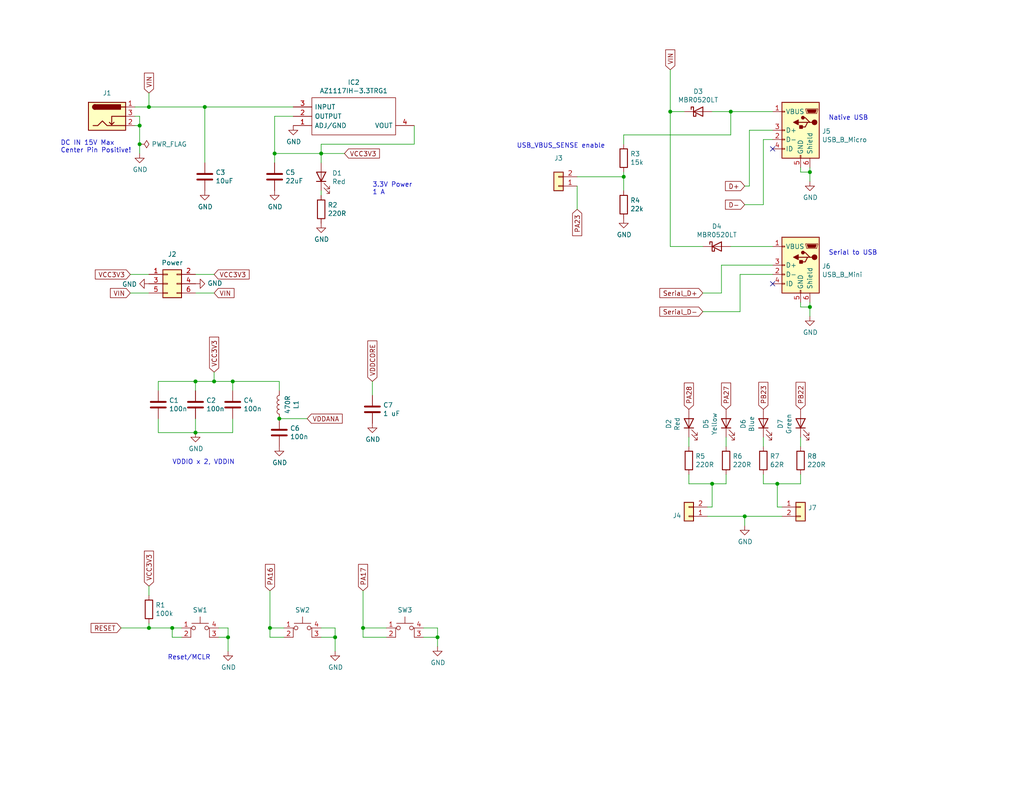
<source format=kicad_sch>
(kicad_sch (version 20211123) (generator eeschema)
  (paper "USLetter")
  (title_block (title "SAMD21 Demo Board") (date "2021-10-25") (rev "1.0") (company "Quantum Embedded Systems"))
  (lib_symbols
    (symbol "Connector:Barrel_Jack_Switch" (pin_names hide)
      (property "Reference" "J" (at 0 5.334 0))
      (property "Value" "Barrel_Jack_Switch" (at 0 -5.08 0))
      (symbol "Barrel_Jack_Switch_0_1"
        (rectangle (start -5.08 3.81) (end 5.08 -3.81) (stroke (width 0.254)) (fill (type background)))
        (arc (start -3.302 3.175) (mid -3.937 2.54) (end -3.302 1.905) (stroke (width 0.254)))
        (arc (start -3.302 3.175) (mid -3.937 2.54) (end -3.302 1.905) (stroke (width 0.254)) (fill (type outline)))
        (polyline (pts (xy 1.27 -2.286) (xy 1.905 -1.651)) (stroke (width 0.254)))
        (polyline (pts (xy 5.08 2.54) (xy 3.81 2.54)) (stroke (width 0.254)))
        (polyline (pts (xy 5.08 0) (xy 1.27 0) (xy 1.27 -2.286) (xy 0.635 -1.651)) (stroke (width 0.254)))
        (polyline (pts (xy -3.81 -2.54) (xy -2.54 -2.54) (xy -1.27 -1.27) (xy 0 -2.54) (xy 2.54 -2.54) (xy 5.08 -2.54)) (stroke (width 0.254)))
        (rectangle (start 3.683 3.175) (end -3.302 1.905) (stroke (width 0.254)) (fill (type outline)))
      )
      (symbol "Barrel_Jack_Switch_1_1"
        (pin passive line (at 7.62 2.54 180) (length 2.54) (name "~") (number "1"))
        (pin passive line (at 7.62 -2.54 180) (length 2.54) (name "~") (number "2"))
        (pin passive line (at 7.62 0 180) (length 2.54) (name "~") (number "3"))
      )
    )
    (symbol "Connector_Generic:Conn_01x02" (pin_names (offset 1.016) hide)
      (property "Reference" "J" (at 0 2.54 0))
      (property "Value" "Conn_01x02" (at 0 -5.08 0))
      (symbol "Conn_01x02_1_1"
        (rectangle (start -1.27 -2.413) (end 0 -2.667) (stroke (width 0.1524)))
        (rectangle (start -1.27 0.127) (end 0 -0.127) (stroke (width 0.1524)))
        (rectangle (start -1.27 1.27) (end 1.27 -3.81) (stroke (width 0.254)) (fill (type background)))
        (pin passive line (at -5.08 0 0) (length 3.81) (name "Pin_1") (number "1"))
        (pin passive line (at -5.08 -2.54 0) (length 3.81) (name "Pin_2") (number "2"))
      )
    )
    (symbol "Connector_Generic:Conn_02x03_Odd_Even" (pin_names (offset 1.016) hide)
      (property "Reference" "J" (at 1.27 5.08 0))
      (property "Value" "Conn_02x03_Odd_Even" (at 1.27 -5.08 0))
      (symbol "Conn_02x03_Odd_Even_1_1"
        (rectangle (start -1.27 -2.413) (end 0 -2.667) (stroke (width 0.1524)))
        (rectangle (start -1.27 0.127) (end 0 -0.127) (stroke (width 0.1524)))
        (rectangle (start -1.27 2.667) (end 0 2.413) (stroke (width 0.1524)))
        (rectangle (start -1.27 3.81) (end 3.81 -3.81) (stroke (width 0.254)) (fill (type background)))
        (rectangle (start 3.81 -2.413) (end 2.54 -2.667) (stroke (width 0.1524)))
        (rectangle (start 3.81 0.127) (end 2.54 -0.127) (stroke (width 0.1524)))
        (rectangle (start 3.81 2.667) (end 2.54 2.413) (stroke (width 0.1524)))
        (pin passive line (at -5.08 2.54 0) (length 3.81) (name "Pin_1") (number "1"))
        (pin passive line (at 7.62 2.54 180) (length 3.81) (name "Pin_2") (number "2"))
        (pin passive line (at -5.08 0 0) (length 3.81) (name "Pin_3") (number "3"))
        (pin passive line (at 7.62 0 180) (length 3.81) (name "Pin_4") (number "4"))
        (pin passive line (at -5.08 -2.54 0) (length 3.81) (name "Pin_5") (number "5"))
        (pin passive line (at 7.62 -2.54 180) (length 3.81) (name "Pin_6") (number "6"))
      )
    )
    (symbol "Device:C" (pin_numbers hide) (pin_names (offset 0.254))
      (property "Reference" "C" (at 0.635 2.54 0))
      (property "Value" "C" (at 0.635 -2.54 0))
      (symbol "C_0_1"
        (polyline (pts (xy -2.032 -0.762) (xy 2.032 -0.762)) (stroke (width 0.508)))
        (polyline (pts (xy -2.032 0.762) (xy 2.032 0.762)) (stroke (width 0.508)))
      )
      (symbol "C_1_1"
        (pin passive line (at 0 3.81 270) (length 2.794) (name "~") (number "1"))
        (pin passive line (at 0 -3.81 90) (length 2.794) (name "~") (number "2"))
      )
    )
    (symbol "Device:L" (pin_numbers hide) (pin_names (offset 1.016) hide)
      (property "Reference" "L" (at -1.27 0 90))
      (property "Value" "L" (at 1.905 0 90))
      (symbol "L_0_1"
        (arc (start 0 -2.54) (mid 0.635 -1.905) (end 0 -1.27))
        (arc (start 0 -1.27) (mid 0.635 -0.635) (end 0 0))
        (arc (start 0 0) (mid 0.635 0.635) (end 0 1.27))
        (arc (start 0 1.27) (mid 0.635 1.905) (end 0 2.54))
      )
      (symbol "L_1_1"
        (pin passive line (at 0 3.81 270) (length 1.27) (name "1") (number "1"))
        (pin passive line (at 0 -3.81 90) (length 1.27) (name "2") (number "2"))
      )
    )
    (symbol "Device:LED" (pin_numbers hide) (pin_names (offset 1.016) hide)
      (property "Reference" "D" (at 0 2.54 0))
      (property "Value" "LED" (at 0 -2.54 0))
      (symbol "LED_0_1"
        (polyline (pts (xy -1.27 -1.27) (xy -1.27 1.27)) (stroke (width 0.254)))
        (polyline (pts (xy -1.27 0) (xy 1.27 0)))
        (polyline (pts (xy 1.27 -1.27) (xy 1.27 1.27) (xy -1.27 0) (xy 1.27 -1.27)) (stroke (width 0.254)))
        (polyline (pts (xy -3.048 -0.762) (xy -4.572 -2.286) (xy -3.81 -2.286) (xy -4.572 -2.286) (xy -4.572 -1.524)))
        (polyline (pts (xy -1.778 -0.762) (xy -3.302 -2.286) (xy -2.54 -2.286) (xy -3.302 -2.286) (xy -3.302 -1.524)))
      )
      (symbol "LED_1_1"
        (pin passive line (at -3.81 0 0) (length 2.54) (name "K") (number "1"))
        (pin passive line (at 3.81 0 180) (length 2.54) (name "A") (number "2"))
      )
    )
    (symbol "Device:R" (pin_numbers hide) (pin_names (offset 0))
      (property "Reference" "R" (at 2.032 0 90))
      (property "Value" "R" (at 0 0 90))
      (symbol "R_0_1"
        (rectangle (start -1.016 -2.54) (end 1.016 2.54) (stroke (width 0.254)))
      )
      (symbol "R_1_1"
        (pin passive line (at 0 3.81 270) (length 1.27) (name "~") (number "1"))
        (pin passive line (at 0 -3.81 90) (length 1.27) (name "~") (number "2"))
      )
    )
    (symbol "Diode:MBR0520LT" (pin_numbers hide) (pin_names (offset 1.016) hide)
      (property "Reference" "D" (at 0 2.54 0))
      (property "Value" "MBR0520LT" (at 0 -2.54 0))
      (symbol "MBR0520LT_0_1"
        (polyline (pts (xy 1.27 0) (xy -1.27 0)))
        (polyline (pts (xy 1.27 1.27) (xy 1.27 -1.27) (xy -1.27 0) (xy 1.27 1.27)) (stroke (width 0.254)))
        (polyline (pts (xy -1.905 0.635) (xy -1.905 1.27) (xy -1.27 1.27) (xy -1.27 -1.27) (xy -0.635 -1.27) (xy -0.635 -0.635)) (stroke (width 0.254)))
      )
      (symbol "MBR0520LT_1_1"
        (pin passive line (at -3.81 0 0) (length 2.54) (name "K") (number "1"))
        (pin passive line (at 3.81 0 180) (length 2.54) (name "A") (number "2"))
      )
    )
    (symbol "SamacSys_Parts:AZ1117IH-3.3TRG1" (pin_names (offset 0.762))
      (property "Reference" "IC" (at 29.21 7.62 0))
      (property "Value" "SamacSys_Parts_AZ1117IH-3.3TRG1" (at 29.21 5.08 0))
      (symbol "AZ1117IH-3.3TRG1_0_0"
        (pin passive line (at 0 0 0) (length 5.08) (name "ADJ/GND") (number "1"))
        (pin passive line (at 0 -2.54 0) (length 5.08) (name "OUTPUT") (number "2"))
        (pin passive line (at 0 -5.08 0) (length 5.08) (name "INPUT") (number "3"))
        (pin passive line (at 33.02 0 180) (length 5.08) (name "VOUT") (number "4"))
      )
      (symbol "AZ1117IH-3.3TRG1_0_1"
        (polyline (pts (xy 5.08 2.54) (xy 27.94 2.54) (xy 27.94 -7.62) (xy 5.08 -7.62) (xy 5.08 2.54)) (stroke (width 0.1524)))
      )
    )
    (symbol "SamacSys_Parts:USB_B_Micro" (pin_names (offset 1.016))
      (property "Reference" "J" (at -5.08 11.43 0))
      (property "Value" "SamacSys_Parts_USB_B_Micro" (at -5.08 8.89 0))
      (symbol "USB_B_Micro_0_1"
        (rectangle (start -5.08 -7.62) (end 5.08 7.62) (stroke (width 0.254)) (fill (type background)))
        (circle (center -3.81 2.159) (radius 0.635) (stroke (width 0.254)) (fill (type outline)))
        (circle (center -0.635 3.429) (radius 0.381) (stroke (width 0.254)) (fill (type outline)))
        (rectangle (start -0.127 -7.62) (end 0.127 -6.858))
        (polyline (pts (xy -1.905 2.159) (xy 0.635 2.159)) (stroke (width 0.254)))
        (polyline (pts (xy -3.175 2.159) (xy -2.54 2.159) (xy -1.27 3.429) (xy -0.635 3.429)) (stroke (width 0.254)))
        (polyline (pts (xy -2.54 2.159) (xy -1.905 2.159) (xy -1.27 0.889) (xy 0 0.889)) (stroke (width 0.254)))
        (polyline (pts (xy 0.635 2.794) (xy 0.635 1.524) (xy 1.905 2.159) (xy 0.635 2.794)) (stroke (width 0.254)) (fill (type outline)))
        (polyline (pts (xy -4.318 5.588) (xy -1.778 5.588) (xy -2.032 4.826) (xy -4.064 4.826) (xy -4.318 5.588)) (fill (type outline)))
        (polyline (pts (xy -4.699 5.842) (xy -4.699 5.588) (xy -4.445 4.826) (xy -4.445 4.572) (xy -1.651 4.572) (xy -1.651 4.826) (xy -1.397 5.588) (xy -1.397 5.842) (xy -4.699 5.842)))
        (rectangle (start 0.254 1.27) (end -0.508 0.508) (stroke (width 0.254)) (fill (type outline)))
        (rectangle (start 5.08 -5.207) (end 4.318 -4.953))
        (rectangle (start 5.08 -2.667) (end 4.318 -2.413))
        (rectangle (start 5.08 -0.127) (end 4.318 0.127))
        (rectangle (start 5.08 4.953) (end 4.318 5.207))
      )
      (symbol "USB_B_Micro_1_1"
        (pin passive line (at 7.62 5.08 180) (length 2.54) (name "VBUS") (number "1"))
        (pin bidirectional line (at 7.62 -2.54 180) (length 2.54) (name "D-") (number "2"))
        (pin bidirectional line (at 7.62 0 180) (length 2.54) (name "D+") (number "3"))
        (pin passive line (at 7.62 -5.08 180) (length 2.54) (name "ID") (number "4"))
        (pin passive line (at 0 -10.16 90) (length 2.54) (name "GND") (number "5"))
        (pin passive line (at -2.54 -10.16 90) (length 2.54) (name "Shield") (number "6"))
      )
    )
    (symbol "SamacSys_Parts:USB_B_Mini" (pin_names (offset 1.016))
      (property "Reference" "J" (at -5.08 11.43 0))
      (property "Value" "SamacSys_Parts_USB_B_Mini" (at -5.08 8.89 0))
      (symbol "USB_B_Mini_0_1"
        (rectangle (start -5.08 -7.62) (end 5.08 7.62) (stroke (width 0.254)) (fill (type background)))
        (circle (center -3.81 2.159) (radius 0.635) (stroke (width 0.254)) (fill (type outline)))
        (circle (center -0.635 3.429) (radius 0.381) (stroke (width 0.254)) (fill (type outline)))
        (rectangle (start -0.127 -7.62) (end 0.127 -6.858))
        (polyline (pts (xy -1.905 2.159) (xy 0.635 2.159)) (stroke (width 0.254)))
        (polyline (pts (xy -3.175 2.159) (xy -2.54 2.159) (xy -1.27 3.429) (xy -0.635 3.429)) (stroke (width 0.254)))
        (polyline (pts (xy -2.54 2.159) (xy -1.905 2.159) (xy -1.27 0.889) (xy 0 0.889)) (stroke (width 0.254)))
        (polyline (pts (xy 0.635 2.794) (xy 0.635 1.524) (xy 1.905 2.159) (xy 0.635 2.794)) (stroke (width 0.254)) (fill (type outline)))
        (polyline (pts (xy -4.318 5.588) (xy -1.778 5.588) (xy -2.032 4.826) (xy -4.064 4.826) (xy -4.318 5.588)) (fill (type outline)))
        (polyline (pts (xy -4.699 5.842) (xy -4.699 5.588) (xy -4.445 4.826) (xy -4.445 4.572) (xy -1.651 4.572) (xy -1.651 4.826) (xy -1.397 5.588) (xy -1.397 5.842) (xy -4.699 5.842)))
        (rectangle (start 0.254 1.27) (end -0.508 0.508) (stroke (width 0.254)) (fill (type outline)))
        (rectangle (start 5.08 -5.207) (end 4.318 -4.953))
        (rectangle (start 5.08 -2.667) (end 4.318 -2.413))
        (rectangle (start 5.08 -0.127) (end 4.318 0.127))
        (rectangle (start 5.08 4.953) (end 4.318 5.207))
      )
      (symbol "USB_B_Mini_1_1"
        (pin passive line (at 7.62 5.08 180) (length 2.54) (name "VBUS") (number "1"))
        (pin bidirectional line (at 7.62 -2.54 180) (length 2.54) (name "D-") (number "2"))
        (pin bidirectional line (at 7.62 0 180) (length 2.54) (name "D+") (number "3"))
        (pin passive line (at 7.62 -5.08 180) (length 2.54) (name "ID") (number "4"))
        (pin passive line (at 0 -10.16 90) (length 2.54) (name "GND") (number "5"))
        (pin passive line (at -2.54 -10.16 90) (length 2.54) (name "Shield") (number "6"))
      )
    )
    (symbol "Switch:SW_MEC_5E" (pin_names (offset 1.016) hide)
      (property "Reference" "SW" (at 0.635 5.715 0))
      (property "Value" "SW_MEC_5E" (at 0 -3.175 0))
      (symbol "SW_MEC_5E_0_1"
        (circle (center -1.778 2.54) (radius 0.508))
        (polyline (pts (xy -2.286 3.81) (xy 2.286 3.81)))
        (polyline (pts (xy 0 3.81) (xy 0 5.588)))
        (polyline (pts (xy -2.54 0) (xy -2.54 2.54) (xy -2.286 2.54)))
        (polyline (pts (xy 2.54 0) (xy 2.54 2.54) (xy 2.286 2.54)))
        (circle (center 1.778 2.54) (radius 0.508))
        (pin passive line (at -5.08 2.54 0) (length 2.54) (name "1") (number "1"))
        (pin passive line (at -5.08 0 0) (length 2.54) (name "2") (number "2"))
        (pin passive line (at 5.08 0 180) (length 2.54) (name "K") (number "3"))
        (pin passive line (at 5.08 2.54 180) (length 2.54) (name "A") (number "4"))
      )
    )
    (symbol "power:GND" (power) (pin_names (offset 0))
      (property "Value" "GND" (at 0 -3.81 0))
      (symbol "GND_0_1"
        (polyline (pts (xy 0 0) (xy 0 -1.27) (xy 1.27 -1.27) (xy 0 -2.54) (xy -1.27 -1.27) (xy 0 -1.27)))
      )
      (symbol "GND_1_1"
        (pin power_in line (at 0 0 270) (length 0) hide (name "GND") (number "1"))
      )
    )
    (symbol "power:PWR_FLAG" (power) (pin_numbers hide) (pin_names (offset 0) hide)
      (property "Value" "PWR_FLAG" (at 0 3.81 0))
      (symbol "PWR_FLAG_0_0"
        (pin power_out line (at 0 0 90) (length 0) (name "pwr") (number "1"))
      )
      (symbol "PWR_FLAG_0_1"
        (polyline (pts (xy 0 0) (xy 0 1.27) (xy -1.016 1.905) (xy 0 2.54) (xy 1.016 1.905) (xy 0 1.27)))
      )
    )
  )
  (junction (at 73.66 171.45))
  (junction (at 212.09 132.08))
  (junction (at 203.2 140.97))
  (junction (at 62.23 173.99))
  (junction (at 170.18 48.26))
  (junction (at 53.34 104.14))
  (junction (at 38.1 39.37))
  (junction (at 76.2 114.3))
  (junction (at 199.39 30.48))
  (junction (at 91.44 173.99))
  (junction (at 74.93 41.91))
  (junction (at 87.63 41.91))
  (junction (at 40.64 171.45))
  (junction (at 38.1 34.29))
  (junction (at 220.98 46.99))
  (junction (at 119.38 173.99))
  (junction (at 182.88 30.48))
  (junction (at 40.64 29.21))
  (junction (at 63.5 104.14))
  (junction (at 99.06 171.45))
  (junction (at 58.42 104.14))
  (junction (at 220.98 83.82))
  (junction (at 53.34 118.11))
  (junction (at 194.31 132.08))
  (junction (at 46.99 171.45))
  (junction (at 55.88 29.21))
  (no_connect (at 210.82 77.47))
  (no_connect (at 210.82 40.64))
  (wire (pts (xy 218.44 121.92) (xy 218.44 119.38)))
  (wire (pts (xy 204.47 35.56) (xy 210.82 35.56)))
  (wire (pts (xy 73.66 171.45) (xy 73.66 161.29)))
  (wire (pts (xy 204.47 50.8) (xy 203.2 50.8)))
  (wire (pts (xy 101.6 107.95) (xy 101.6 104.14)))
  (wire (pts (xy 38.1 39.37) (xy 38.1 34.29)))
  (wire (pts (xy 77.47 173.99) (xy 73.66 173.99)))
  (wire (pts (xy 218.44 132.08) (xy 218.44 129.54)))
  (wire (pts (xy 191.77 85.09) (xy 201.93 85.09)))
  (wire (pts (xy 43.18 118.11) (xy 53.34 118.11)))
  (wire (pts (xy 196.85 72.39) (xy 210.82 72.39)))
  (wire (pts (xy 83.82 114.3) (xy 76.2 114.3)))
  (wire (pts (xy 62.23 173.99) (xy 62.23 177.8)))
  (wire (pts (xy 46.99 173.99) (xy 46.99 171.45)))
  (wire (pts (xy 53.34 104.14) (xy 58.42 104.14)))
  (wire (pts (xy 35.56 74.93) (xy 40.64 74.93)))
  (wire (pts (xy 49.53 173.99) (xy 46.99 173.99)))
  (wire (pts (xy 220.98 82.55) (xy 220.98 83.82)))
  (wire (pts (xy 55.88 44.45) (xy 55.88 29.21)))
  (wire (pts (xy 76.2 104.14) (xy 76.2 106.68)))
  (wire (pts (xy 170.18 46.99) (xy 170.18 48.26)))
  (wire (pts (xy 208.28 38.1) (xy 210.82 38.1)))
  (wire (pts (xy 220.98 83.82) (xy 220.98 86.36)))
  (wire (pts (xy 201.93 85.09) (xy 201.93 74.93)))
  (wire (pts (xy 43.18 106.68) (xy 43.18 104.14)))
  (wire (pts (xy 40.64 25.4) (xy 40.64 29.21)))
  (wire (pts (xy 63.5 104.14) (xy 76.2 104.14)))
  (wire (pts (xy 99.06 173.99) (xy 99.06 171.45)))
  (wire (pts (xy 220.98 46.99) (xy 220.98 49.53)))
  (wire (pts (xy 212.09 138.43) (xy 212.09 132.08)))
  (wire (pts (xy 213.36 138.43) (xy 212.09 138.43)))
  (wire (pts (xy 63.5 106.68) (xy 63.5 104.14)))
  (wire (pts (xy 199.39 67.31) (xy 210.82 67.31)))
  (wire (pts (xy 40.64 171.45) (xy 40.64 170.18)))
  (wire (pts (xy 187.96 132.08) (xy 194.31 132.08)))
  (wire (pts (xy 87.63 171.45) (xy 91.44 171.45)))
  (wire (pts (xy 218.44 82.55) (xy 218.44 83.82)))
  (wire (pts (xy 218.44 46.99) (xy 220.98 46.99)))
  (wire (pts (xy 199.39 36.83) (xy 199.39 30.48)))
  (wire (pts (xy 87.63 39.37) (xy 87.63 41.91)))
  (wire (pts (xy 58.42 74.93) (xy 53.34 74.93)))
  (wire (pts (xy 115.57 173.99) (xy 119.38 173.99)))
  (wire (pts (xy 203.2 140.97) (xy 213.36 140.97)))
  (wire (pts (xy 170.18 48.26) (xy 170.18 52.07)))
  (wire (pts (xy 43.18 114.3) (xy 43.18 118.11)))
  (wire (pts (xy 73.66 173.99) (xy 73.66 171.45)))
  (wire (pts (xy 59.69 173.99) (xy 62.23 173.99)))
  (wire (pts (xy 33.02 171.45) (xy 40.64 171.45)))
  (wire (pts (xy 187.96 129.54) (xy 187.96 132.08)))
  (wire (pts (xy 208.28 132.08) (xy 212.09 132.08)))
  (wire (pts (xy 74.93 41.91) (xy 87.63 41.91)))
  (wire (pts (xy 40.64 29.21) (xy 55.88 29.21)))
  (wire (pts (xy 77.47 171.45) (xy 73.66 171.45)))
  (wire (pts (xy 99.06 171.45) (xy 99.06 161.29)))
  (wire (pts (xy 119.38 171.45) (xy 119.38 173.99)))
  (wire (pts (xy 58.42 80.01) (xy 53.34 80.01)))
  (wire (pts (xy 198.12 121.92) (xy 198.12 119.38)))
  (wire (pts (xy 43.18 104.14) (xy 53.34 104.14)))
  (wire (pts (xy 113.03 39.37) (xy 87.63 39.37)))
  (wire (pts (xy 194.31 132.08) (xy 198.12 132.08)))
  (wire (pts (xy 194.31 30.48) (xy 199.39 30.48)))
  (wire (pts (xy 208.28 129.54) (xy 208.28 132.08)))
  (wire (pts (xy 203.2 140.97) (xy 203.2 143.51)))
  (wire (pts (xy 63.5 114.3) (xy 63.5 118.11)))
  (wire (pts (xy 91.44 173.99) (xy 91.44 177.8)))
  (wire (pts (xy 74.93 44.45) (xy 74.93 41.91)))
  (wire (pts (xy 55.88 29.21) (xy 80.01 29.21)))
  (wire (pts (xy 53.34 106.68) (xy 53.34 104.14)))
  (wire (pts (xy 218.44 45.72) (xy 218.44 46.99)))
  (wire (pts (xy 53.34 114.3) (xy 53.34 118.11)))
  (wire (pts (xy 38.1 41.91) (xy 38.1 39.37)))
  (wire (pts (xy 74.93 31.75) (xy 74.93 41.91)))
  (wire (pts (xy 157.48 57.15) (xy 157.48 50.8)))
  (wire (pts (xy 199.39 30.48) (xy 210.82 30.48)))
  (wire (pts (xy 38.1 34.29) (xy 38.1 31.75)))
  (wire (pts (xy 208.28 121.92) (xy 208.28 119.38)))
  (wire (pts (xy 193.04 140.97) (xy 203.2 140.97)))
  (wire (pts (xy 46.99 171.45) (xy 40.64 171.45)))
  (wire (pts (xy 113.03 34.29) (xy 113.03 39.37)))
  (wire (pts (xy 87.63 44.45) (xy 87.63 41.91)))
  (wire (pts (xy 196.85 80.01) (xy 196.85 72.39)))
  (wire (pts (xy 38.1 31.75) (xy 36.83 31.75)))
  (wire (pts (xy 204.47 50.8) (xy 204.47 35.56)))
  (wire (pts (xy 87.63 41.91) (xy 93.98 41.91)))
  (wire (pts (xy 182.88 67.31) (xy 191.77 67.31)))
  (wire (pts (xy 194.31 138.43) (xy 194.31 132.08)))
  (wire (pts (xy 218.44 83.82) (xy 220.98 83.82)))
  (wire (pts (xy 191.77 80.01) (xy 196.85 80.01)))
  (wire (pts (xy 201.93 74.93) (xy 210.82 74.93)))
  (wire (pts (xy 170.18 36.83) (xy 199.39 36.83)))
  (wire (pts (xy 36.83 29.21) (xy 40.64 29.21)))
  (wire (pts (xy 36.83 34.29) (xy 38.1 34.29)))
  (wire (pts (xy 157.48 48.26) (xy 170.18 48.26)))
  (wire (pts (xy 212.09 132.08) (xy 218.44 132.08)))
  (wire (pts (xy 187.96 121.92) (xy 187.96 119.38)))
  (wire (pts (xy 182.88 30.48) (xy 182.88 67.31)))
  (wire (pts (xy 87.63 173.99) (xy 91.44 173.99)))
  (wire (pts (xy 220.98 45.72) (xy 220.98 46.99)))
  (wire (pts (xy 170.18 39.37) (xy 170.18 36.83)))
  (wire (pts (xy 193.04 138.43) (xy 194.31 138.43)))
  (wire (pts (xy 87.63 53.34) (xy 87.63 52.07)))
  (wire (pts (xy 208.28 55.88) (xy 208.28 38.1)))
  (wire (pts (xy 186.69 30.48) (xy 182.88 30.48)))
  (wire (pts (xy 40.64 160.02) (xy 40.64 162.56)))
  (wire (pts (xy 198.12 132.08) (xy 198.12 129.54)))
  (wire (pts (xy 203.2 55.88) (xy 208.28 55.88)))
  (wire (pts (xy 105.41 173.99) (xy 99.06 173.99)))
  (wire (pts (xy 105.41 171.45) (xy 99.06 171.45)))
  (wire (pts (xy 53.34 118.11) (xy 63.5 118.11)))
  (wire (pts (xy 119.38 173.99) (xy 119.38 176.53)))
  (wire (pts (xy 91.44 171.45) (xy 91.44 173.99)))
  (wire (pts (xy 58.42 104.14) (xy 63.5 104.14)))
  (wire (pts (xy 182.88 19.05) (xy 182.88 30.48)))
  (wire (pts (xy 49.53 171.45) (xy 46.99 171.45)))
  (wire (pts (xy 62.23 171.45) (xy 62.23 173.99)))
  (wire (pts (xy 115.57 171.45) (xy 119.38 171.45)))
  (wire (pts (xy 35.56 80.01) (xy 40.64 80.01)))
  (wire (pts (xy 59.69 171.45) (xy 62.23 171.45)))
  (wire (pts (xy 58.42 101.6) (xy 58.42 104.14)))
  (wire (pts (xy 80.01 31.75) (xy 74.93 31.75)))
  (text "3.3V Power\n1 A" (at 101.6 53.34 0) (effects (font (size 1.27 1.27)) (justify left bottom)))
  (text "Reset/MCLR" (at 45.72 180.34 0) (effects (font (size 1.27 1.27)) (justify left bottom)))
  (text "VDDIO x 2, VDDIN" (at 46.99 127 0) (effects (font (size 1.27 1.27)) (justify left bottom)))
  (text "Serial to USB" (at 226.06 69.85 0) (effects (font (size 1.27 1.27)) (justify left bottom)))
  (text "USB_VBUS_SENSE enable" (at 140.97 40.64 0) (effects (font (size 1.27 1.27)) (justify left bottom)))
  (text "DC IN 15V Max\nCenter Pin Positive!" (at 16.51 41.91 0) (effects (font (size 1.27 1.27)) (justify left bottom)))
  (text "Native USB" (at 226.06 33.02 0) (effects (font (size 1.27 1.27)) (justify left bottom)))
  (global_label "VIN" (shape input) (at 182.88 19.05 90) (property "Intersheet References" "${INTERSHEET_REFS}" (effects hide)))
  (global_label "Serial_D-" (shape input) (at 191.77 85.09 180) (property "Intersheet References" "${INTERSHEET_REFS}" (effects hide)))
  (global_label "VIN" (shape input) (at 35.56 80.01 180) (property "Intersheet References" "${INTERSHEET_REFS}" (effects hide)))
  (global_label "PB22" (shape input) (at 218.44 111.76 90) (property "Intersheet References" "${INTERSHEET_REFS}" (effects hide)))
  (global_label "VIN" (shape input) (at 58.42 80.01 0) (property "Intersheet References" "${INTERSHEET_REFS}" (effects hide)))
  (global_label "VDDANA" (shape input) (at 83.82 114.3 0) (property "Intersheet References" "${INTERSHEET_REFS}" (effects hide)))
  (global_label "Serial_D+" (shape input) (at 191.77 80.01 180) (property "Intersheet References" "${INTERSHEET_REFS}" (effects hide)))
  (global_label "VCC3V3" (shape input) (at 35.56 74.93 180) (property "Intersheet References" "${INTERSHEET_REFS}" (effects hide)))
  (global_label "PA23" (shape input) (at 157.48 57.15 270) (property "Intersheet References" "${INTERSHEET_REFS}" (effects hide)))
  (global_label "D+" (shape input) (at 203.2 50.8 180) (property "Intersheet References" "${INTERSHEET_REFS}" (effects hide)))
  (global_label "VIN" (shape input) (at 40.64 25.4 90) (property "Intersheet References" "${INTERSHEET_REFS}" (effects hide)))
  (global_label "PA17" (shape input) (at 99.06 161.29 90) (property "Intersheet References" "${INTERSHEET_REFS}" (effects hide)))
  (global_label "RESET" (shape input) (at 33.02 171.45 180) (property "Intersheet References" "${INTERSHEET_REFS}" (effects hide)))
  (global_label "PA16" (shape input) (at 73.66 161.29 90) (property "Intersheet References" "${INTERSHEET_REFS}" (effects hide)))
  (global_label "PA28" (shape input) (at 187.96 111.76 90) (property "Intersheet References" "${INTERSHEET_REFS}" (effects hide)))
  (global_label "VCC3V3" (shape input) (at 58.42 74.93 0) (property "Intersheet References" "${INTERSHEET_REFS}" (effects hide)))
  (global_label "VCC3V3" (shape input) (at 58.42 101.6 90) (property "Intersheet References" "${INTERSHEET_REFS}" (effects hide)))
  (global_label "VDDCORE" (shape input) (at 101.6 104.14 90) (property "Intersheet References" "${INTERSHEET_REFS}" (effects hide)))
  (global_label "VCC3V3" (shape input) (at 40.64 160.02 90) (property "Intersheet References" "${INTERSHEET_REFS}" (effects hide)))
  (global_label "D-" (shape input) (at 203.2 55.88 180) (property "Intersheet References" "${INTERSHEET_REFS}" (effects hide)))
  (global_label "PA27" (shape input) (at 198.12 111.76 90) (property "Intersheet References" "${INTERSHEET_REFS}" (effects hide)))
  (global_label "VCC3V3" (shape input) (at 93.98 41.91 0) (property "Intersheet References" "${INTERSHEET_REFS}" (effects hide)))
  (global_label "PB23" (shape input) (at 208.28 111.76 90) (property "Intersheet References" "${INTERSHEET_REFS}" (effects hide)))
  (symbol (lib_id "Device:C") (at 55.88 48.26 0) (unit 1)
    (property "Reference" "C3" (at 58.801 47.0916 0) (effects (justify left)))
    (property "Value" "10uF" (at 58.801 49.403 0) (effects (justify left)))
    (property "Footprint" "Capacitor_SMD:C_0805_2012Metric" (effects hide))
  )
  (symbol (lib_id "Device:C") (at 74.93 48.26 0) (unit 1)
    (property "Reference" "C5" (at 77.851 47.0916 0) (effects (justify left)))
    (property "Value" "22uF" (at 77.851 49.403 0) (effects (justify left)))
    (property "Footprint" "Capacitor_SMD:C_0603_1608Metric" (effects hide))
  )
  (symbol (lib_id "power:GND") (at 74.93 52.07 0) (unit 1)
    (property "Reference" "#PWR011" (effects hide))
    (property "Value" "GND" (at 75.057 56.4642 0))
  )
  (symbol (lib_id "power:GND") (at 55.88 52.07 0) (unit 1)
    (property "Reference" "#PWR09" (effects hide))
    (property "Value" "GND" (at 56.007 56.4642 0))
  )
  (symbol (lib_id "Connector:Barrel_Jack_Switch") (at 29.21 31.75 0) (unit 1)
    (property "Reference" "J1" (at 29.21 25.4 0))
    (property "Value" "Barrel_Jack_Switch" (effects hide))
    (property "Footprint" "Connector_BarrelJack:BarrelJack_Wuerth_6941xx301002" (effects hide))
  )
  (symbol (lib_id "Device:C") (at 43.18 110.49 0) (unit 1)
    (property "Reference" "C1" (at 46.101 109.3216 0) (effects (justify left)))
    (property "Value" "100n" (at 46.101 111.633 0) (effects (justify left)))
    (property "Footprint" "Capacitor_SMD:C_0402_1005Metric" (effects hide))
  )
  (symbol (lib_id "Device:C") (at 53.34 110.49 0) (unit 1)
    (property "Reference" "C2" (at 56.261 109.3216 0) (effects (justify left)))
    (property "Value" "100n" (at 56.261 111.633 0) (effects (justify left)))
    (property "Footprint" "Capacitor_SMD:C_0402_1005Metric" (effects hide))
  )
  (symbol (lib_id "Device:C") (at 63.5 110.49 0) (unit 1)
    (property "Reference" "C4" (at 66.421 109.3216 0) (effects (justify left)))
    (property "Value" "100n" (at 66.421 111.633 0) (effects (justify left)))
    (property "Footprint" "Capacitor_SMD:C_0402_1005Metric" (effects hide))
  )
  (symbol (lib_id "power:GND") (at 38.1 41.91 0) (unit 1)
    (property "Reference" "#PWR05" (effects hide))
    (property "Value" "GND" (at 38.227 46.3042 0))
  )
  (symbol (lib_id "power:GND") (at 220.98 49.53 0) (unit 1)
    (property "Reference" "#PWR020" (effects hide))
    (property "Value" "GND" (at 221.107 53.9242 0))
  )
  (symbol (lib_id "power:GND") (at 220.98 86.36 0) (unit 1)
    (property "Reference" "#PWR021" (effects hide))
    (property "Value" "GND" (at 221.107 90.7542 0))
  )
  (symbol (lib_id "power:GND") (at 80.01 34.29 0) (unit 1)
    (property "Reference" "#PWR013" (effects hide))
    (property "Value" "GND" (at 80.137 38.6842 0))
  )
  (symbol (lib_id "power:GND") (at 53.34 118.11 0) (unit 1)
    (property "Reference" "#PWR08" (effects hide))
    (property "Value" "GND" (at 53.467 122.5042 0))
  )
  (symbol (lib_id "Device:C") (at 101.6 111.76 0) (unit 1)
    (property "Reference" "C7" (at 104.521 110.5916 0) (effects (justify left)))
    (property "Value" "1 uF" (at 104.521 112.903 0) (effects (justify left)))
    (property "Footprint" "Capacitor_SMD:C_0402_1005Metric" (effects hide))
  )
  (symbol (lib_id "power:GND") (at 101.6 115.57 0) (unit 1)
    (property "Reference" "#PWR016" (effects hide))
    (property "Value" "GND" (at 101.727 119.9642 0))
  )
  (symbol (lib_id "Device:LED") (at 87.63 48.26 90) (unit 1)
    (property "Reference" "D1" (at 90.6272 47.2694 90) (effects (justify right)))
    (property "Value" "Red" (at 90.6272 49.5808 90) (effects (justify right)))
    (property "Footprint" "LED_SMD:LED_0603_1608Metric" (effects hide))
  )
  (symbol (lib_id "Device:R") (at 87.63 57.15 0) (unit 1)
    (property "Reference" "R2" (at 89.408 55.9816 0) (effects (justify left)))
    (property "Value" "220R" (at 89.408 58.293 0) (effects (justify left)))
    (property "Footprint" "Resistor_SMD:R_0603_1608Metric" (effects hide))
  )
  (symbol (lib_id "Diode:MBR0520LT") (at 190.5 30.48 0) (unit 1)
    (property "Reference" "D3" (at 190.5 24.9682 0))
    (property "Value" "MBR0520LT" (at 190.5 27.2796 0))
    (property "Footprint" "Diode_SMD:D_SOD-123" (effects hide))
    (property "Datasheet" "http://www.onsemi.com/pub_link/Collateral/MBR0520LT1-D.PDF" (effects hide))
  )
  (symbol (lib_id "Diode:MBR0520LT") (at 195.58 67.31 0) (unit 1)
    (property "Reference" "D4" (at 195.58 61.7982 0))
    (property "Value" "MBR0520LT" (at 195.58 64.1096 0))
    (property "Footprint" "Diode_SMD:D_SOD-123" (effects hide))
    (property "Datasheet" "http://www.onsemi.com/pub_link/Collateral/MBR0520LT1-D.PDF" (effects hide))
  )
  (symbol (lib_id "power:GND") (at 87.63 60.96 0) (unit 1)
    (property "Reference" "#PWR014" (effects hide))
    (property "Value" "GND" (at 87.757 65.3542 0))
  )
  (symbol (lib_id "Device:C") (at 76.2 118.11 0) (unit 1)
    (property "Reference" "C6" (at 79.121 116.9416 0) (effects (justify left)))
    (property "Value" "100n" (at 79.121 119.253 0) (effects (justify left)))
    (property "Footprint" "Capacitor_SMD:C_0402_1005Metric" (effects hide))
  )
  (symbol (lib_id "Device:L") (at 76.2 110.49 180) (unit 1)
    (property "Reference" "L1" (at 80.7974 110.49 90))
    (property "Value" "470R" (at 78.486 110.49 90))
    (property "Footprint" "Inductor_SMD:L_0603_1608Metric" (effects hide))
  )
  (symbol (lib_id "power:GND") (at 76.2 121.92 0) (unit 1)
    (property "Reference" "#PWR012" (effects hide))
    (property "Value" "GND" (at 76.327 126.3142 0))
  )
  (symbol (lib_id "SamacSys_Parts:USB_B_Micro") (at 218.44 35.56 0) (mirror y) (unit 1)
    (property "Reference" "J5" (at 224.282 35.8394 0) (effects (justify right)))
    (property "Value" "USB_B_Micro" (at 224.282 38.1508 0) (effects (justify right)))
    (property "Footprint" "Connector_USB:USB_Micro-B_Amphenol_10118194_Horizontal" (effects hide))
  )
  (symbol (lib_id "SamacSys_Parts:USB_B_Mini") (at 218.44 72.39 0) (mirror y) (unit 1)
    (property "Reference" "J6" (at 224.282 72.6694 0) (effects (justify right)))
    (property "Value" "USB_B_Mini" (at 224.282 74.9808 0) (effects (justify right)))
    (property "Footprint" "Connector_USB:USB_Mini-B_Wuerth_65100516121_Horizontal" (effects hide))
  )
  (symbol (lib_id "power:PWR_FLAG") (at 38.1 39.37 270) (unit 1)
    (property "Reference" "#FLG01" (effects hide))
    (property "Value" "PWR_FLAG" (at 41.3512 39.37 90) (effects (justify left)))
  )
  (symbol (lib_id "SamacSys_Parts:AZ1117IH-3.3TRG1") (at 80.01 34.29 0) (mirror x) (unit 1)
    (property "Reference" "IC2" (at 96.52 22.479 0))
    (property "Value" "AZ1117IH-3.3TRG1" (at 96.52 24.7904 0))
    (property "Footprint" "SamacSys_Parts:SOT230P700X180-4N" (effects hide))
    (property "Description" "LDO Voltage Regulators LDO BJT HiCurr 1.35A 10Hz to 10KHz" (effects hide))
    (property "Height" "1.8" (effects hide))
    (property "Mouser Part Number" "621-AZ1117IH-3.3TRG1" (effects hide))
    (property "Mouser Price/Stock" "https://www.mouser.co.uk/ProductDetail/Diodes-Incorporated/AZ1117IH-33TRG1?qs=cpo3%2FpBou2jnS4SxLgAVoA%3D%3D" (effects hide))
    (property "Manufacturer_Name" "Diodes Inc." (effects hide))
    (property "Manufacturer_Part_Number" "AZ1117IH-3.3TRG1" (effects hide))
  )
  (symbol (lib_id "Switch:SW_MEC_5E") (at 54.61 173.99 0)
    (property "Reference" "SW1" (at 54.61 166.5478 0))
    (property "Value" "SW_MEC_5E" (effects hide))
    (property "Footprint" "SamacSys_Parts:PTS647SK38SMTR2LFS" (effects hide))
    (property "Datasheet" "http://www.apem.com/int/index.php?controller=attachment&id_attachment=1371" (effects hide))
  )
  (symbol (lib_id "Switch:SW_MEC_5E") (at 82.55 173.99 0)
    (property "Reference" "SW2" (at 82.55 166.5478 0))
    (property "Value" "SW_MEC_5E" (effects hide))
    (property "Footprint" "SamacSys_Parts:FSM16JH" (effects hide))
    (property "Datasheet" "http://www.apem.com/int/index.php?controller=attachment&id_attachment=1371" (effects hide))
  )
  (symbol (lib_id "Switch:SW_MEC_5E") (at 110.49 173.99 0)
    (property "Reference" "SW3" (at 110.49 166.5478 0))
    (property "Value" "SW_MEC_5E" (effects hide))
    (property "Footprint" "SamacSys_Parts:FSM16JH" (effects hide))
    (property "Datasheet" "http://www.apem.com/int/index.php?controller=attachment&id_attachment=1371" (effects hide))
  )
  (symbol (lib_id "Device:LED") (at 187.96 115.57 90)
    (property "Reference" "D2" (at 182.4482 115.7478 0))
    (property "Value" "Red" (at 184.7596 115.7478 0))
    (property "Footprint" "LED_SMD:LED_0805_2012Metric" (effects hide))
  )
  (symbol (lib_id "Device:LED") (at 198.12 115.57 90)
    (property "Reference" "D5" (at 192.6082 115.7478 0))
    (property "Value" "Yellow" (at 194.9196 115.7478 0))
    (property "Footprint" "LED_SMD:LED_0805_2012Metric" (effects hide))
  )
  (symbol (lib_id "Device:LED") (at 208.28 115.57 90)
    (property "Reference" "D6" (at 202.7682 115.7478 0))
    (property "Value" "Blue" (at 205.0796 115.7478 0))
    (property "Footprint" "LED_SMD:LED_0805_2012Metric" (effects hide))
  )
  (symbol (lib_id "Device:LED") (at 218.44 115.57 90)
    (property "Reference" "D7" (at 212.9282 115.7478 0))
    (property "Value" "Green" (at 215.2396 115.7478 0))
    (property "Footprint" "LED_SMD:LED_0805_2012Metric" (effects hide))
  )
  (symbol (lib_id "Device:R") (at 187.96 125.73 0)
    (property "Reference" "R5" (at 189.738 124.5616 0) (effects (justify left)))
    (property "Value" "220R" (at 189.738 126.873 0) (effects (justify left)))
    (property "Footprint" "Resistor_SMD:R_0603_1608Metric" (effects hide))
  )
  (symbol (lib_id "Device:R") (at 198.12 125.73 0)
    (property "Reference" "R6" (at 199.898 124.5616 0) (effects (justify left)))
    (property "Value" "220R" (at 199.898 126.873 0) (effects (justify left)))
    (property "Footprint" "Resistor_SMD:R_0603_1608Metric" (effects hide))
  )
  (symbol (lib_id "Device:R") (at 208.28 125.73 0)
    (property "Reference" "R7" (at 210.058 124.5616 0) (effects (justify left)))
    (property "Value" "62R" (at 210.058 126.873 0) (effects (justify left)))
    (property "Footprint" "Resistor_SMD:R_0603_1608Metric" (effects hide))
  )
  (symbol (lib_id "Device:R") (at 218.44 125.73 0)
    (property "Reference" "R8" (at 220.218 124.5616 0) (effects (justify left)))
    (property "Value" "220R" (at 220.218 126.873 0) (effects (justify left)))
    (property "Footprint" "Resistor_SMD:R_0603_1608Metric" (effects hide))
  )
  (symbol (lib_id "Connector_Generic:Conn_01x02") (at 187.96 140.97 180)
    (property "Reference" "J4" (at 185.928 140.7668 0) (effects (justify left)))
    (property "Value" "Conn_01x02" (effects hide))
    (property "Footprint" "Connector_PinHeader_2.54mm:PinHeader_1x02_P2.54mm_Vertical" (effects hide))
  )
  (symbol (lib_id "Connector_Generic:Conn_01x02") (at 218.44 138.43 0)
    (property "Reference" "J7" (at 220.472 138.6332 0) (effects (justify left)))
    (property "Value" "Conn_01x02" (effects hide))
    (property "Footprint" "Connector_PinHeader_2.54mm:PinHeader_1x02_P2.54mm_Vertical" (effects hide))
  )
  (symbol (lib_id "Device:R") (at 40.64 166.37 0)
    (property "Reference" "R1" (at 42.418 165.2016 0) (effects (justify left)))
    (property "Value" "100k" (at 42.418 167.513 0) (effects (justify left)))
    (property "Footprint" "Resistor_SMD:R_0603_1608Metric" (effects hide))
  )
  (symbol (lib_id "power:GND") (at 62.23 177.8 0)
    (property "Reference" "#PWR010" (effects hide))
    (property "Value" "GND" (at 62.357 182.1942 0))
  )
  (symbol (lib_id "power:GND") (at 91.44 177.8 0)
    (property "Reference" "#PWR015" (effects hide))
    (property "Value" "GND" (at 91.567 182.1942 0))
  )
  (symbol (lib_id "power:GND") (at 119.38 176.53 0)
    (property "Reference" "#PWR017" (effects hide))
    (property "Value" "GND" (at 119.507 180.9242 0))
  )
  (symbol (lib_id "Connector_Generic:Conn_02x03_Odd_Even") (at 45.72 77.47 0) (unit 1)
    (property "Reference" "J2" (at 46.99 69.4182 0))
    (property "Value" "Power" (at 46.99 71.7296 0))
    (property "Footprint" "Connector_PinHeader_2.54mm:PinHeader_2x03_P2.54mm_Vertical" (effects hide))
  )
  (symbol (lib_id "power:GND") (at 203.2 143.51 0) (unit 1)
    (property "Reference" "#PWR019" (effects hide))
    (property "Value" "GND" (at 203.327 147.9042 0))
  )
  (symbol (lib_id "power:GND") (at 53.34 77.47 90) (unit 1)
    (property "Reference" "#PWR07" (effects hide))
    (property "Value" "GND" (at 56.5912 77.343 90) (effects (justify right)))
  )
  (symbol (lib_id "power:GND") (at 40.64 77.47 270) (unit 1)
    (property "Reference" "#PWR06" (effects hide))
    (property "Value" "GND" (at 37.3888 77.597 90) (effects (justify right)))
  )
  (symbol (lib_id "Device:R") (at 170.18 43.18 0) (unit 1)
    (property "Reference" "R3" (at 171.958 42.0116 0) (effects (justify left)))
    (property "Value" "15k" (at 171.958 44.323 0) (effects (justify left)))
    (property "Footprint" "Resistor_SMD:R_0603_1608Metric" (effects hide))
  )
  (symbol (lib_id "Device:R") (at 170.18 55.88 0) (unit 1)
    (property "Reference" "R4" (at 171.958 54.7116 0) (effects (justify left)))
    (property "Value" "22k" (at 171.958 57.023 0) (effects (justify left)))
    (property "Footprint" "Resistor_SMD:R_0603_1608Metric" (effects hide))
  )
  (symbol (lib_id "Connector_Generic:Conn_01x02") (at 152.4 50.8 180) (unit 1)
    (property "Reference" "J3" (at 152.4 43.18 0))
    (property "Value" "Conn_01x02" (effects hide))
    (property "Footprint" "Connector_PinHeader_2.54mm:PinHeader_1x02_P2.54mm_Vertical" (effects hide))
  )
  (symbol (lib_id "power:GND") (at 170.18 59.69 0) (unit 1)
    (property "Reference" "#PWR018" (effects hide))
    (property "Value" "GND" (at 170.307 64.0842 0))
  )
)
</source>
